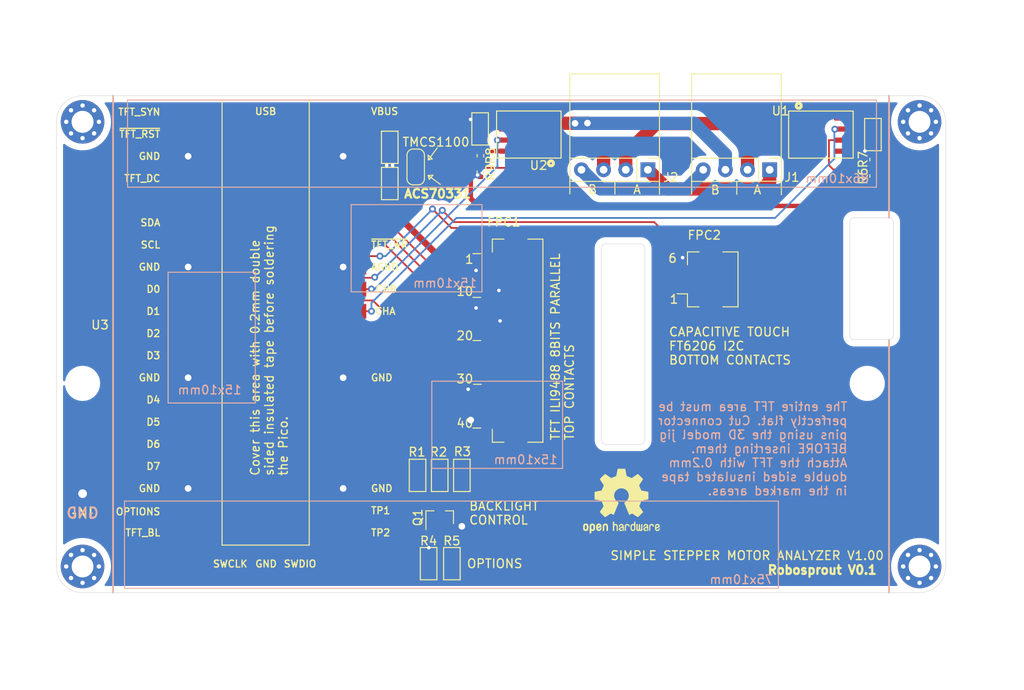
<source format=kicad_pcb>
(kicad_pcb (version 20211014) (generator pcbnew)
  (layers (0 "F.Cu" signal) (31 "B.Cu" signal) (34 "B.Paste" user) (35 "F.Paste" user) (36 "B.SilkS" user "B.Silkscreen") (37 "F.SilkS" user "F.Silkscreen") (38 "B.Mask" user) (39 "F.Mask" user) (44 "Edge.Cuts" user))
  (net 0 "")
  (net 3 "GND")
  (net 4 "+3V3")
  (net 5 "Net-(J2-Pad3)")
  (net 6 "Net-(J1-Pad3)")
  (net 7 "/D6")
  (net 8 "/D4")
  (net 9 "/TFT_DC")
  (net 10 "/D7")
  (net 11 "/D5")
  (net 12 "/SCL")
  (net 13 "/SDA")
  (net 14 "/D3")
  (net 15 "/D2")
  (net 16 "/D1")
  (net 17 "/D0")
  (net 18 "Net-(J1-Pad4)")
  (net 19 "Net-(J1-Pad1)")
  (net 20 "Net-(FPC1-Pad36)")
  (net 21 "Net-(FPC1-Pad35)")
  (net 22 "Net-(FPC1-Pad34)")
  (net 23 "/~{TFT_WR}")
  (net 24 "/CHA")
  (net 25 "/CHB")
  (net 32 "unconnected-(U3-Pad22)")
  (net 37 "unconnected-(U3-Pad29)")
  (net 42 "Net-(Q1-Pad3)")
  (net 43 "/TFT_BL")
  (net 44 "/~{TFT_RST}")
  (net 45 "/TFT_SYN")
  (net 47 "/OPTIONS")
  (net 48 "Net-(J1-Pad2)")
  (net 49 "Net-(J2-Pad2)")
  (net 50 "Net-(U1-Pad6)")
  (net 51 "Net-(R8-Pad2)")
  (net 52 "+5V")
  (net 53 "+VSW")
  (footprint "stepper_motor_analyzer:Pico_smd_dedicated" (layer "F.Cu") (at 23 -31)
    (fp_text reference "U3")
    (fp_text value "Pico")
  )
  (footprint "MountingHole:MountingHole_2.5mm_Pad_Via" (layer "F.Cu") (at 2 -54)
    (fp_text reference "H2" hide)
    (fp_text value "MountingHole")
  )
  (footprint "MountingHole:MountingHole_2.5mm_Pad_Via" (layer "F.Cu") (at 98 -54)
    (fp_text reference "H3" hide)
    (fp_text value "MountingHole")
  )
  (footprint "MountingHole:MountingHole_2.5mm_Pad_Via" (layer "F.Cu") (at 98 -3)
    (fp_text reference "H4" hide)
    (fp_text value "MountingHole")
  )
  (footprint "stepper_motor_analyzer:SOIC-8_3.9x4.9mm_P1.27mm" (layer "F.Cu") (at 86.685 -52.535)
    (fp_text reference "U1")
    (fp_text value "ACS70331EOLCTR-2P5B3")
  )
  (footprint "stepper_motor_analyzer:C_0805_2012Metric_Pad1.15x1.40mm_HandSolder" (layer "F.Cu") (at 92.652 -52.535 90)
    (fp_text reference "C1" hide)
    (fp_text value "0.1u")
  )
  (footprint "stepper_motor_analyzer:SOIC-8_3.9x4.9mm_P1.27mm" (layer "F.Cu") (at 53.185 -52.5425 180)
    (fp_text reference "U2")
    (fp_text value "ACS70331EOLCTR-2P5B3")
  )
  (footprint "stepper_motor_analyzer:connector_4pins_horizontal" (layer "F.Cu") (at 66.84 -48.5 -90)
    (fp_text reference "J2")
    (fp_text value "Connector_Conn_01x04_Male")
  )
  (footprint "stepper_motor_analyzer:null_footprint" (layer "F.Cu") (at 3 -0.5)
    (fp_text reference "M1" hide)
    (fp_text value "Motor")
  )
  (footprint "stepper_motor_analyzer:JUSHUO-AFC07-S40ECC-00_40P_05mm_flipped" (layer "F.Cu") (at 50.3 -28.9 90)
    (fp_text reference "FPC1")
    (fp_text value "Connector_Conn_01x40_Female")
  )
  (footprint "stepper_motor_analyzer:connector_4pins_horizontal" (layer "F.Cu") (at 80.81 -48.5 -90)
    (fp_text reference "J1")
    (fp_text value "Connector_Conn_01x04_Male")
  )
  (footprint "stepper_motor_analyzer:JUSHUO-AFC01-S06FCC-00_6p_05mm" (layer "F.Cu") (at 72.68 -35.93 90)
    (fp_text reference "FPC2")
    (fp_text value "FPC connector, 6 pins, 0.5mm, BOTTOM contacts")
  )
  (footprint "MountingHole:MountingHole_2.5mm_Pad_Via" (layer "F.Cu") (at 2 -3)
    (fp_text reference "H1" hide)
    (fp_text value "MountingHole")
  )
  (footprint "stepper_motor_analyzer:C_0805_2012Metric_Pad1.15x1.40mm_HandSolder" (layer "F.Cu") (at 47.599 -53.1865 -90)
    (fp_text reference "C2" hide)
    (fp_text value "0.1u")
  )
  (footprint "Symbol:OSHW-Logo2_9.8x8mm_SilkScreen" (layer "F.Cu") (at 63.81 -10.5)
    (fp_text reference "LOGO1" hide)
    (fp_text value "Logo_Open_Hardware_Small" hide)
  )
  (footprint "stepper_motor_analyzer:R_0805_2012Metric_Pad1.15x1.40mm_HandSolder" (layer "F.Cu") (at 42.964 -13.448 90)
    (fp_text reference "R2")
    (fp_text value "8R2")
  )
  (footprint "stepper_motor_analyzer:R_0805_2012Metric_Pad1.15x1.40mm_HandSolder" (layer "F.Cu") (at 45.504 -13.448 90)
    (fp_text reference "R3")
    (fp_text value "8R2")
  )
  (footprint "Package_TO_SOT_SMD:SOT-23" (layer "F.Cu") (at 42.964 -8.622 90)
    (fp_text reference "Q1")
    (fp_text value "AO3400A ")
  )
  (footprint "stepper_motor_analyzer:R_0805_2012Metric_Pad1.15x1.40mm_HandSolder" (layer "F.Cu") (at 40.424 -13.448 90)
    (fp_text reference "R1")
    (fp_text value "8R2")
  )
  (footprint "stepper_motor_analyzer:R_0805_2012Metric_Pad1.15x1.40mm_HandSolder_no_3d" (layer "F.Cu") (at 44.359 -3.325 90)
    (fp_text reference "R5")
    (fp_text value "DNP")
  )
  (footprint "stepper_motor_analyzer:C_0805_2012Metric_Pad1.15x1.40mm_HandSolder" (layer "F.Cu") (at 37.235 -51.075 90)
    (fp_text reference "C3" hide)
    (fp_text value "10u")
  )
  (footprint "stepper_motor_analyzer:R_0805_2012Metric_Pad1.15x1.40mm_HandSolder_no_3d" (layer "F.Cu") (at 41.692 -3.325 90)
    (fp_text reference "R4")
    (fp_text value "DNP")
  )
  (footprint "Resistor_SMD:R_0402_1005Metric" (layer "F.Cu") (at 92.685 -49.675 90)
    (fp_text reference "R7")
    (fp_text value "R_Small")
  )
  (footprint "MountingHole:MountingHole_2.5mm" (layer "F.Cu") (at 2 -24)
    (fp_text reference "REF**" hide)
    (fp_text value "MountingHole_2.5mm")
  )
  (footprint "Resistor_SMD:R_0402_1005Metric" (layer "F.Cu") (at 47.635 -48.21 -90)
    (fp_text reference "R9")
    (fp_text value "R_Small")
  )
  (footprint "Resistor_SMD:R_0402_1005Metric" (layer "F.Cu") (at 47.635 -50.1 -90)
    (fp_text reference "R8")
    (fp_text value "R_Small")
  )
  (footprint "stepper_motor_analyzer:C_0805_2012Metric_Pad1.15x1.40mm_HandSolder" (layer "F.Cu") (at 37.235 -46.925 -90)
    (fp_text reference "C4" hide)
    (fp_text value "10u")
  )
  (footprint "MountingHole:MountingHole_2.5mm" (layer "F.Cu") (at 92 -24)
    (fp_text reference "REF**" hide)
    (fp_text value "MountingHole_2.5mm")
  )
  (footprint "Resistor_SMD:R_0402_1005Metric" (layer "F.Cu") (at 92.685 -47.775 90)
    (fp_text reference "R6")
    (fp_text value "R_Small")
  )
  (footprint "Jumper:SolderJumper-3_P1.3mm_Open_RoundedPad1.0x1.5mm" (layer "F.Cu") (at 40.21 -48.825 -90)
    (fp_text reference "JP1" hide)
    (fp_text value "Jumper_3_Bridged12")
  )
  (footprint "stepper_motor_analyzer:testpoint_double_side" (layer "B.Cu") (at 2.0065 -11.3525)
    (fp_text reference "TP3" hide)
    (fp_text value "TestPoint")
  )
  (gr_line (start 93.06 -46.5) (end 7.16 -46.5) (layer "B.SilkS") (width 0.12))
  (gr_line (start 7.16 -46.5) (end 7.16 -56.5) (layer "B.SilkS") (width 0.12))
  (gr_line (start 6.81 -10.5) (end 6.81 -0.5) (layer "B.SilkS") (width 0.12))
  (gr_line (start 32.81 -34.5) (end 47.81 -34.5) (layer "B.SilkS") (width 0.12))
  (gr_line (start 32.81 -44.5) (end 32.81 -34.5) (layer "B.SilkS") (width 0.12))
  (gr_line (start 47.81 -34.5) (end 47.81 -44.5) (layer "B.SilkS") (width 0.12))
  (gr_line (start 47.81 -44.5) (end 32.81 -44.5) (layer "B.SilkS") (width 0.12))
  (gr_line (start 57.06 -14.25) (end 57.06 -24.25) (layer "B.SilkS") (width 0.12))
  (gr_line (start 42.06 -24.25) (end 42.06 -14.25) (layer "B.SilkS") (width 0.12))
  (gr_line (start 57.06 -24.25) (end 42.06 -24.25) (layer "B.SilkS") (width 0.12))
  (gr_line (start 42.06 -14.25) (end 57.06 -14.25) (layer "B.SilkS") (width 0.12))
  (gr_line (start 94.5 -29) (end 94.5 0) (layer "B.SilkS") (width 0.2032))
  (gr_line (start 21.81 -21.75) (end 21.81 -36.75) (layer "B.SilkS") (width 0.12))
  (gr_line (start 81.81 -10.5) (end 6.81 -10.5) (layer "B.SilkS") (width 0.12))
  (gr_line (start 11.81 -21.75) (end 21.81 -21.75) (layer "B.SilkS") (width 0.12))
  (gr_line (start 21.81 -36.75) (end 11.81 -36.75) (layer "B.SilkS") (width 0.12))
  (gr_line (start 81.81 -0.5) (end 81.81 -10.5) (layer "B.SilkS") (width 0.12))
  (gr_line (start 94.5 -57) (end 94.5 -43) (layer "B.SilkS") (width 0.2032))
  (gr_line (start 11.81 -36.75) (end 11.81 -21.75) (layer "B.SilkS") (width 0.12))
  (gr_line (start 5.5 0) (end 5.5 -57) (layer "B.SilkS") (width 0.2032))
  (gr_line (start 7.16 -56.5) (end 93.06 -56.5) (layer "B.SilkS") (width 0.12))
  (gr_line (start 93.06 -56.5) (end 93.06 -46.5) (layer "B.SilkS") (width 0.12))
  (gr_line (start 6.81 -0.5) (end 81.81 -0.5) (layer "B.SilkS") (width 0.12))
  (gr_line (start 47.6695 -28.9125) (end 46.7805 -28.9125) (layer "F.SilkS") (width 0.12))
  (gr_line (start 47.6695 -33.8655) (end 46.7805 -33.8655) (layer "F.SilkS") (width 0.12))
  (gr_line (start 47.6695 -38.882) (end 46.7805 -38.882) (layer "F.SilkS") (width 0.12))
  (gr_line (start 47.6695 -18.8795) (end 46.7805 -18.8795) (layer "F.SilkS") (width 0.12))
  (gr_line (start 77.04 -47.18) (end 77.04 -45.68) (layer "F.SilkS") (width 0.12))
  (gr_line (start 71.86 -47.22) (end 71.86 -45.71) (layer "F.SilkS") (width 0.12))
  (gr_line (start 79.52 -47.18) (end 82.05 -47.18) (layer "F.SilkS") (width 0.12))
  (gr_line (start 65.55 -47.17) (end 68.16 -47.17) (layer "F.SilkS") (width 0.12))
  (gr_line (start 57.89 -47.18) (end 57.89 -45.73) (layer "F.SilkS") (width 0.12))
  (gr_line (start 41.66 -49.625) (end 41.635 -50.175) (layer "F.SilkS") (width 0.12))
  (gr_line (start 41.635 -47.85) (end 42.185 -47.875) (layer "F.SilkS") (width 0.12))
  (gr_line (start 82.15 -48.52) (end 82.15 -45.63) (layer "F.SilkS") (width 0.12))
  (gr_line (start 41.635 -50.175) (end 42.11 -49.75) (layer "F.SilkS") (width 0.12))
  (gr_line (start 41.76 -47.4) (end 41.635 -47.85) (layer "F.SilkS") (width 0.12))
  (gr_line (start 41.66 -49.625) (end 42.685 -51.025) (layer "F.SilkS") (width 0.12))
  (gr_line (start 68.17 -48.5) (end 68.17 -45.72) (layer "F.SilkS") (width 0.12))
  (gr_line (start 47.733 -23.896) (end 46.844 -23.896) (layer "F.SilkS") (width 0.12))
  (gr_line (start 42.11 -49.75) (end 41.66 -49.625) (layer "F.SilkS") (width 0.12))
  (gr_line (start 41.635 -47.85) (end 43.035 -46.825) (layer "F.SilkS") (width 0.12))
  (gr_line (start 63.06 -47.18) (end 63.06 -45.72) (layer "F.SilkS") (width 0.12))
  (gr_line (start 42.185 -47.875) (end 41.76 -47.4) (layer "F.SilkS") (width 0.12))
  (gr_line (start 2 0) (end 98 0) (layer "Edge.Cuts") (width 0.05))
  (gr_line (start 62 -40) (end 66 -40) (layer "Edge.Cuts") (width 0.05))
  (gr_line (start 61.5 -39.5) (end 61.5 -17.5) (layer "Edge.Cuts") (width 0.05))
  (gr_line (start 62 -17) (end 66 -17) (layer "Edge.Cuts") (width 0.05))
  (gr_line (start 66.5 -39.5) (end 66.5 -17.5) (layer "Edge.Cuts") (width 0.05))
  (gr_arc (start 61.5 -39.5) (mid 61.646447 -39.853553) (end 62 -40) (layer "Edge.Cuts") (width 0.05))
  (gr_line (start -1 -3) (end -1 -54) (layer "Edge.Cuts") (width 0.05))
  (gr_arc (start 94.5 -43) (mid 94.853553 -42.853553) (end 95 -42.5) (layer "Edge.Cuts") (width 0.05))
  (gr_arc (start 66.5 -17.5) (mid 66.353553 -17.146447) (end 66 -17) (layer "Edge.Cuts") (width 0.05))
  (gr_arc (start 90.5 -29) (mid 90.146447 -29.146447) (end 90 -29.5) (layer "Edge.Cuts") (width 0.05))
  (gr_line (start 95 -42.5) (end 95 -29.5) (layer "Edge.Cuts") (width 0.05))
  (gr_line (start 90 -42.5) (end 90 -29.5) (layer "Edge.Cuts") (width 0.05))
  (gr_line (start 101 -3) (end 101 -54) (layer "Edge.Cuts") (width 0.05))
  (gr_arc (start 2 0) (mid -0.12132 -0.87868) (end -1 -3) (layer "Edge.Cuts") (width 0.05))
  (gr_line (start 90.5 -43) (end 94.5 -43) (layer "Edge.Cuts") (width 0.05))
  (gr_arc (start -1 -54) (mid -0.12132 -56.12132) (end 2 -57) (layer "Edge.Cuts") (width 0.05))
  (gr_arc (start 90 -42.5) (mid 90.146447 -42.853553) (end 90.5 -43) (layer "Edge.Cuts") (width 0.05))
  (gr_line (start 90.5 -29) (end 94.5 -29) (layer "Edge.Cuts") (width 0.05))
  (gr_line (start 2 -57) (end 98 -57) (layer "Edge.Cuts") (width 0.05))
  (gr_arc (start 66 -40) (mid 66.353553 -39.853553) (end 66.5 -39.5) (layer "Edge.Cuts") (width 0.05))
  (gr_arc (start 98 -57) (mid 100.12132 -56.12132) (end 101 -54) (layer "Edge.Cuts") (width 0.05))
  (gr_arc (start 95 -29.5) (mid 94.853553 -29.146447) (end 94.5 -29) (layer "Edge.Cuts") (width 0.05))
  (gr_arc (start 101 -3) (mid 100.12132 -0.87868) (end 98 0) (layer "Edge.Cuts") (width 0.05))
  (gr_arc (start 62 -17) (mid 61.646447 -17.146447) (end 61.5 -17.5) (layer "Edge.Cuts") (width 0.05))
  (gr_text "GND" (at 2.0065 -9.13) (layer "B.SilkS") (effects (font (size 1.2 1.2) (thickness 0.2)) (justify mirror)))
  (gr_text "The entire TFT area must be\nperfectly flat. Cut connector\npins using the 3D model jig\nBEFORE inserting them.\nAttach the TFT with 0.2mm\ndouble sided insulated tape\nin the marked areas." (at 89.81 -16.5) (layer "B.SilkS") (effects (font (size 1 1) (thickness 0.1524)) (justify left mirror)))
  (gr_text "15x10mm" (at 47.31 -35.5) (layer "B.SilkS") (effects (font (size 1 1) (thickness 0.1524)) (justify left mirror)))
  (gr_text "86x10mm" (at 92.31 -47.5) (layer "B.SilkS") (effects (font (size 1 1) (thickness 0.1524)) (justify left mirror)))
  (gr_text "75x10mm" (at 81.31 -1.5) (layer "B.SilkS") (effects (font (size 1 1) (thickness 0.1524)) (justify left mirror)))
  (gr_text "15x10mm" (at 20.31 -23.25) (layer "B.SilkS") (effects (font (size 1 1) (thickness 0.1524)) (justify left mirror)))
  (gr_text "15x10mm" (at 56.56 -15.25) (layer "B.SilkS") (effects (font (size 1 1) (thickness 0.1524)) (justify left mirror)))
  (gr_text "40" (at 45.847 -19.431) (layer "F.SilkS") (effects (font (size 1 1))))
  (gr_text "1" (at 69.84 -33.66) (layer "F.SilkS") (effects (font (size 1 1))))
  (gr_text "CAPACITIVE TOUCH\nFT6206 I2C\nBOTTOM CONTACTS" (at 69.18 -28.29) (layer "F.SilkS") (effects (font (size 1 1)) (justify left)))
  (gr_text "TFT ILI9488 8BITS PARALLEL\nTOP CONTACTS" (at 57.04 -17.39 90) (layer "F.SilkS") (effects (font (size 1 1)) (justify left)))
  (gr_text "GND" (at 2.0065 -9.13) (layer "F.SilkS") (effects (font (size 1.2 1.2) (thickness 0.2))))
  (gr_text "30" (at 45.847 -24.511) (layer "F.SilkS") (effects (font (size 1 1))))
  (gr_text "20" (at 45.847 -29.464) (layer "F.SilkS") (effects (font (size 1 1))))
  (gr_text "10" (at 45.847 -34.544) (layer "F.SilkS") (effects (font (size 1 1))))
  (gr_text "Cover this area with 0.2mm double\nsided insulated tape before soldering\nthe Pico." (at 23.406 -13.321 90) (layer "F.SilkS") (effects (font (size 1 1)) (justify left)))
  (gr_text "B" (at 74.57 -46.18) (layer "F.SilkS") (effects (font (size 1 1))))
  (gr_text "A" (at 79.4 -46.2) (layer "F.SilkS") (effects (font (size 1 1))))
  (gr_text "B" (at 60.49 -46.23) (layer "F.SilkS") (effects (font (size 1 1))))
  (gr_text "A" (at 65.6 -46.23) (layer "F.SilkS") (effects (font (size 1 1))))
  (gr_text "6" (at 69.67 -38.35) (layer "F.SilkS") (effects (font (size 1 1))))
  (gr_text "SIMPLE STEPPER MOTOR ANALYZER V1.00" (at 62.46 -4.25) (layer "F.SilkS") (effects (font (size 1 1)) (justify left)))
  (gr_text "BACKLIGHT\nCONTROL" (at 46.266 -9.13) (layer "F.SilkS") (effects (font (size 1 1)) (justify left)))
  (gr_text "OPTIONS" (at 46.01 -3.325) (layer "F.SilkS") (effects (font (size 1 1)) (justify left)))
  (gr_text "1" (at 46.355 -38.227) (layer "F.SilkS") (effects (font (size 1 1))))
  (gr_text "TMCS1100" (at 42.535 -51.675) (layer "F.SilkS") (effects (font (size 1 1))))
  (gr_text "Robosprout V0.1" (at 86.835 -2.6) (layer "F.SilkS") (effects (font (size 1 1) (thickness 0.25))))
  (gr_text "ACS70331" (at 42.71 -45.75) (layer "F.SilkS") (effects (font (size 1 1) (thickness 0.25))))
  (segment (start 46.2025 -23.354) (end 46.2025 -23.354) (width 0.2032) (layer "F.Cu") (net 3))
  (segment (start 47.1255 -24.15) (end 47.0915 -24.116) (width 0.2032) (layer "F.Cu") (net 3))
  (segment (start 46.853 -32.65) (end 48.45 -32.65) (width 0.2032) (layer "F.Cu") (net 3))
  (segment (start 48.45 -31.15) (end 49.871 -31.15) (width 0.2032) (layer "F.Cu") (net 3))
  (segment (start 47.0915 -23.6715) (end 47.0915 -23.354) (width 0.2032) (layer "F.Cu") (net 3))
  (segment (start 47.44 -36.65) (end 47.13 -36.96) (width 0.3048) (layer "F.Cu") (net 3))
  (segment (start 48.615 -54.4475) (end 47.835 -54.4475) (width 0.508) (layer "F.Cu") (net 3))
  (segment (start 48.45 -20.65) (end 47.372 -20.65) (width 0.3048) (layer "F.Cu") (net 3))
  (segment (start 91.735 -50.65) (end 91.752 -50.65) (width 0.5) (layer "F.Cu") (net 3))
  (segment (start 47.0915 -23.354) (end 47.2955 -23.15) (width 0.2032) (layer "F.Cu") (net 3))
  (segment (start 47.5092 -47.7) (end 47.3092 -47.9) (width 0.2032) (layer "F.Cu") (net 3))
  (segment (start 47.0915 -25.1955) (end 47.0915 -24.5605) (width 0.2032) (layer "F.Cu") (net 3))
  (segment (start 47.372 -20.65) (end 46.52 -19.798) (width 0.3048) (layer "F.Cu") (net 3))
  (segment (start 46.574581 -23.6715) (end 46.227791 -23.32471) (width 0.2032) (layer "F.Cu") (net 3))
  (segment (start 47.13 -32.65) (end 46.853 -32.65) (width 0.2032) (layer "F.Cu") (net 3))
  (segment (start 89.16 -50.63) (end 91.715 -50.63) (width 0.5) (layer "F.Cu") (net 3))
  (segment (start 92.685 -50.575) (end 92.652 -50.608) (width 0.5) (layer "F.Cu") (net 3))
  (segment (start 41.71 -5.15) (end 41.692 -5.132) (width 0.2032) (layer "F.Cu") (net 3))
  (segment (start 48.45 -36.65) (end 47.44 -36.65) (width 0.3048) (layer "F.Cu") (net 3))
  (segment (start 70.83 -37.18) (end 70.83 -38.4164) (width 0.2032) (layer "F.Cu") (net 3))
  (segment (start 48.45 -26.15) (end 47.0935 -26.15) (width 0.2032) (layer "F.Cu") (net 3))
  (segment (start 48.45 -25.15) (end 47.137 -25.15) (width 0.2032) (layer "F.Cu") (net 3))
  (segment (start 45.504 -7.606) (end 43.93 -7.606) (width 0.762) (layer "F.Cu") (net 3))
  (segment (start 47.113 -23.65) (end 47.0915 -23.6715) (width 0.2032) (layer "F.Cu") (net 3))
  (segment (start 47.0915 -24.116) (end 47.0915 -23.6715) (width 0.2032) (layer "F.Cu") (net 3))
  (segment (start 37.235 -50.05) (end 37.235 -47.95) (width 0.5) (layer "F.Cu") (net 3))
  (segment (start 47.0915 -26.148) (end 47.0915 -25.5765) (width 0.2032) (layer "F.Cu") (net 3))
  (segment (start 49.871 -31.15) (end 49.8855 -31.1645) (width 0.2032) (layer "F.Cu") (net 3))
  (segment (start 92.635 -50.625) (end 92.685 -50.575) (width 0.5) (layer "F.Cu") (net 3))
  (segment (start 41.692 -5.132) (end 41.692 -4.35) (width 0.2032) (layer "F.Cu") (net 3))
  (segment (start 47.0915 -26.402) (end 47.0915 -26.148) (width 0.2032) (layer "F.Cu") (net 3))
  (segment (start 47.165 -25.65) (end 47.0915 -25.5765) (width 0.2032) (layer "F.Cu") (net 3))
  (segment (start 31.89 -50.05) (end 37.235 -50.05) (width 0.5) (layer "F.Cu") (net 3))
  (segment (start 47.0935 -26.15) (end 47.0915 -26.148) (width 0.2032) (layer "F.Cu") (net 3))
  (segment (start 47.0915 -24.5605) (end 47.0915 -24.116) (width 0.2032) (layer "F.Cu") (net 3))
  (segment (start 50.71 -54.4475) (end 48.615 -54.4475) (width 0.508) (layer "F.Cu") (net 3))
  (segment (start 91.752 -50.65) (end 91.777 -50.625) (width 0.5) (layer "F.Cu") (net 3))
  (segment (start 48.45 -19.15) (end 47.168 -19.15) (width 0.2032) (layer "F.Cu") (net 3))
  (segment (start 91.777 -50.625) (end 92.635 -50.625) (width 0.5) (layer "F.Cu") (net 3))
  (segment (start 47.137 -25.15) (end 47.0915 -25.1955) (width 0.2032) (layer "F.Cu") (net 3))
  (segment (start 70.83 -38.4164) (end 70.8216 -38.4248) (width 0.2032) (layer "F.Cu") (net 3))
  (segment (start 92.652 -50.608) (end 92.652 -51.51) (width 0.5) (layer "F.Cu") (net 3))
  (segment (start 91.715 -50.63) (end 91.735 -50.65) (width 0.5) (layer "F.Cu") (net 3))
  (segment (start 46.5735 -54.2115) (end 46.51 -54.275) (width 0.2032) (layer "F.Cu") (net 3))
  (segment (start 47.181 -24.65) (end 47.0915 -24.5605) (width 0.2032) (layer "F.Cu") (net 3))
  (segment (start 92.685 -50.575) (end 92.685 -50.185) (width 0.5) (layer "F.Cu") (net 3))
  (segment (start 48.45 -24.65) (end 47.181 -24.65) (width 0.2032) (layer "F.Cu") (net 3))
  (segment (start 47.835 -54.4475) (end 47.599 -54.2115) (width 0.2032) (layer "F.Cu") (net 3))
  (segment (start 48.45 -25.65) (end 47.165 -25.65) (width 0.2032) (layer "F.Cu") (net 3))
  (segment (start 47.599 -54.2115) (end 46.5735 -54.2115) (width 0.5) (layer "F.Cu") (net 3))
  (segment (start 47.0915 -25.5765) (end 47.0915 -25.1955) (width 0.2032) (layer "F.Cu") (net 3))
  (segment (start 47.635 -47.7) (end 47.5092 -47.7) (width 0.2032) (layer "F.Cu") (net 3))
  (segment (start 47.2955 -23.15) (end 48.45 -23.15) (width 0.2032) (layer "F.Cu") (net 3))
  (segment (start 47.0915 -23.6715) (end 46.574581 -23.6715) (width 0.2032) (layer "F.Cu") (net 3))
  (segment (start 48.45 -24.15) (end 47.1255 -24.15) (width 0.2032) (layer "F.Cu") (net 3))
  (segment (start 48.45 -26.65) (end 47.3395 -26.65) (width 0.2032) (layer "F.Cu") (net 3))
  (segment (start 50.71 -54.4475) (end 50.901 -54.6385) (width 0.2032) (layer "F.Cu") (net 3))
  (segment (start 48.45 -34.65) (end 49.7515 -34.65) (width 0.2032) (layer "F.Cu") (net 3))
  (segment (start 49.7515 -34.65) (end 49.7585 -34.657) (width 0.2032) (layer "F.Cu") (net 3))
  (segment (start 48.45 -23.65) (end 47.113 -23.65) (width 0.2032) (layer "F.Cu") (net 3))
  (segment (start 47.168 -19.15) (end 46.52 -19.798) (width 0.2032) (layer "F.Cu") (net 3))
  (segment (start 47.3395 -26.65) (end 47.0915 -26.402) (width 0.2032) (layer "F.Cu") (net 3))
  (via (at 46.52 -19.798) (size 1.27) (drill 0.762) (layers "F.Cu" "B.Cu") (net 3))
  (via (at 41.71 -5.15) (size 0.7874) (drill 0.4064) (layers "F.Cu" "B.Cu") (net 3))
  (via (at 46.51 -54.275) (size 0.7874) (drill 0.4064) (layers "F.Cu" "B.Cu") (net 3))
  (via (at 45.504 -7.606) (size 1.27) (drill 0.762) (layers "F.Cu" "B.Cu") (net 3))
  (via (at 91.735 -50.65) (size 0.7874) (drill 0.4064) (layers "F.Cu" "B.Cu") (net 3))
  (via (at 49.8855 -31.1645) (size 0.7874) (drill 0.4064) (layers "F.Cu" "B.Cu") (net 3))
  (via (at 47.3092 -47.9) (size 0.7874) (drill 0.4064) (layers "F.Cu" "B.Cu") (net 3))
  (via (at 70.8216 -38.4248) (size 0.7874) (drill 0.4064) (layers "F.Cu" "B.Cu") (net 3))
  (via (at 37.56 -49) (size 0.7874) (drill 0.4064) (layers "F.Cu" "B.Cu") (net 3))
  (via (at 36.885 -49) (size 0.7874) (drill 0.4064) (layers "F.Cu" "B.Cu") (net 3))
  (via (at 46.227791 -23.32471) (size 0.7874) (drill 0.4064) (layers "F.Cu" "B.Cu") (net 3))
  (via (at 47.13 -36.96) (size 0.7874) (drill 0.4064) (layers "F.Cu" "B.Cu") (net 3))
  (via (at 47.13 -32.65) (size 0.7874) (drill 0.4064) (layers "F.Cu" "B.Cu") (net 3))
  (via (at 49.7585 -34.657) (size 0.7874) (drill 0.4064) (layers "F.Cu" "B.Cu") (net 3))
  (segment (start 53.485 -13.351) (end 44.459 -4.325) (width 0.2032) (layer "F.Cu") (net 4))
  (segment (start 48.45 -20.15) (end 50.8725 -20.15) (width 0.2032) (layer "F.Cu") (net 4))
  (segment (start 36.63 -44.97) (end 37.2 -44.97) (width 0.762) (layer "F.Cu") (net 4))
  (segment (start 50.4275 -35.326) (end 56.2515 -41.15) (width 0.3048) (layer "F.Cu") (net 4))
  (segment (start 50.9015 -22.6555) (end 53.485 -20.072) (width 0.2032) (layer "F.Cu") (net 4))
  (segment (start 48.45 -33.15) (end 50.8845 -33.15) (width 0.2032) (layer "F.Cu") (net 4))
  (segment (start 50.896 -22.65) (end 50.9015 -22.6555) (width 0.3048) (layer "F.Cu") (net 4))
  (segment (start 45.4978 -35.9102) (end 50.0928 -35.9102) (width 0.762) (layer "F.Cu") (net 4))
  (segment (start 37.2 -44.97) (end 37.2 -44.208) (width 0.762) (layer "F.Cu") (net 4))
  (segment (start 53.485 -20.072) (end 53.485 -13.351) (width 0.2032) (layer "F.Cu") (net 4))
  (segment (start 50.7535 -19.65) (end 50.9015 -19.798) (width 0.2032) (layer "F.Cu") (net 4))
  (segment (start 37.2 -45.865) (end 37.235 -45.9) (width 0.762) (layer "F.Cu") (net 4))
  (segment (start 38.585 -45.9) (end 37.235 -45.9) (width 0.5) (layer "F.Cu") (net 4))
  (segment (start 56.2515 -41.15) (end 66.76 -41.15) (width 0.3048) (layer "F.Cu") (net 4))
  (segment (start 48.45 -22.65) (end 50.896 -22.65) (width 0.3048) (layer "F.Cu") (net 4))
  (segment (start 31.89 -44.97) (end 36.63 -44.97) (width 0.762) (layer "F.Cu") (net 4))
  (segment (start 50.0928 -35.9102) (end 50.9015 -35.1015) (width 0.762) (layer "F.Cu") (net 4))
  (segment (start 68.445 -34.68) (end 70.83 -34.68) (width 0.3048) (layer "F.Cu") (net 4))
  (segment (start 68.06 -39.85) (end 68.06 -35.065) (width 0.3048) (layer "F.Cu") (net 4))
  (segment (start 50.8845 -33.15) (end 50.9015 -33.133) (width 0.2032) (layer "F.Cu") (net 4))
  (segment (start 50.9015 -35.1015) (end 50.9015 -22.6555) (width 0.762) (layer "F.Cu") (net 4))
  (segment (start 50.8725 -20.15) (end 50.9015 -20.179) (width 0.2032) (layer "F.Cu") (net 4))
  (segment (start 40.21 -47.525) (end 38.585 -45.9) (width 0.5) (layer "F.Cu") (net 4))
  (segment (start 48.45 -19.65) (end 50.7535 -19.65) (width 0.2032) (layer "F.Cu") (net 4))
  (segment (start 66.76 -41.15) (end 68.06 -39.85) (width 0.3048) (layer "F.Cu") (net 4))
  (segment (start 50.9015 -19.798) (end 50.9015 -22.6555) (width 0.2032) (layer "F.Cu") (net 4))
  (segment (start 37.2 -44.208) (end 45.4978 -35.9102) (width 0.762) (layer "F.Cu") (net 4))
  (segment (start 50.4 -35.326) (end 50.4275 -35.326) (width 0.3048) (layer "F.Cu") (net 4))
  (segment (start 68.06 -35.065) (end 68.445 -34.68) (width 0.3048) (layer "F.Cu") (net 4))
  (segment (start 37.2 -44.97) (end 37.2 -45.865) (width 0.762) (layer "F.Cu") (net 4))
  (segment (start 55.66 -51.9075) (end 55.66 -51.4125) (width 0.75) (layer "F.Cu") (net 5))
  (segment (start 55.66 -51.4125) (end 55.66 -50.6375) (width 0.75) (layer "F.Cu") (net 5))
  (segment (start 60.5407 -51.4125) (end 61.76 -50.1932) (width 1.524) (layer "F.Cu") (net 5))
  (segment (start 61.76 -50.1932) (end 61.76 -48.5) (width 1.524) (layer "F.Cu") (net 5))
  (segment (start 55.66 -51.4125) (end 60.5407 -51.4125) (width 1.524) (layer "F.Cu") (net 5))
  (segment (start 55.66 -53.7875) (end 55.71 -53.8375) (width 1.524) (layer "F.Cu") (net 6))
  (segment (start 55.71 -53.8375) (end 58.4725 -53.8375) (width 1.524) (layer "F.Cu") (net 6))
  (segment (start 59.885 -53.825) (end 59.91 -53.85) (width 1.524) (layer "F.Cu") (net 6))
  (segment (start 55.66 -53.1775) (end 55.66 -53.7875) (width 0.75) (layer "F.Cu") (net 6))
  (segment (start 58.485 -53.825) (end 59.885 -53.825) (width 1.524) (layer "F.Cu") (net 6))
  (segment (start 55.66 -53.7875) (end 55.66 -54.4475) (width 0.75) (layer "F.Cu") (net 6))
  (segment (start 58.4725 -53.8375) (end 58.485 -53.825) (width 1.524) (layer "F.Cu") (net 6))
  (via (at 59.91 -53.85) (size 1.27) (drill 0.762) (layers "F.Cu" "B.Cu") (net 6))
  (via (at 58.485 -53.825) (size 1.27) (drill 0.762) (layers "F.Cu" "B.Cu") (net 6))
  (segment (start 75.73 -50.255) (end 75.73 -48.5) (width 1.524) (layer "B.Cu") (net 6))
  (segment (start 58.485 -53.825) (end 72.16 -53.825) (width 1.524) (layer "B.Cu") (net 6))
  (segment (start 72.16 -53.825) (end 75.73 -50.255) (width 1.524) (layer "B.Cu") (net 6))
  (segment (start 14.11 -17.03) (end 18.405 -17.03) (width 0.2032) (layer "F.Cu") (net 7))
  (segment (start 44.615 -26.0845) (end 46.1805 -27.65) (width 0.2032) (layer "F.Cu") (net 7))
  (segment (start 35.217 -15.734) (end 44.615 -25.132) (width 0.2032) (layer "F.Cu") (net 7))
  (segment (start 19.701 -15.734) (end 35.217 -15.734) (width 0.2032) (layer "F.Cu") (net 7))
  (segment (start 18.405 -17.03) (end 19.701 -15.734) (width 0.2032) (layer "F.Cu") (net 7))
  (segment (start 46.1805 -27.65) (end 48.45 -27.65) (width 0.2032) (layer "F.Cu") (net 7))
  (segment (start 44.615 -25.132) (end 44.615 -26.0845) (width 0.2032) (layer "F.Cu") (net 7))
  (segment (start 35.9155 -20.814) (end 21.6915 -20.814) (width 0.2032) (layer "F.Cu") (net 8))
  (segment (start 43.7515 -28.65) (end 35.9155 -20.814) (width 0.2032) (layer "F.Cu") (net 8))
  (segment (start 21.6915 -20.814) (end 20.5485 -21.957) (width 0.2032) (layer "F.Cu") (net 8))
  (segment (start 20.5485 -21.957) (end 14.263 -21.957) (width 0.2032) (layer "F.Cu") (net 8))
  (segment (start 14.263 -21.957) (end 14.11 -22.11) (width 0.2032) (layer "F.Cu") (net 8))
  (segment (start 48.45 -28.65) (end 43.7515 -28.65) (width 0.2032) (layer "F.Cu") (net 8))
  (segment (start 19.189 -47.51) (end 25.531 -41.168) (width 0.2032) (layer "F.Cu") (net 9))
  (segment (start 14.11 -47.51) (end 19.189 -47.51) (width 0.2032) (layer "F.Cu") (net 9))
  (segment (start 25.531 -41.168) (end 36.961 -41.168) (width 0.2032) (layer "F.Cu") (net 9))
  (segment (start 43.98 -34.149) (end 48.449 -34.149) (width 0.2032) (layer "F.Cu") (net 9))
  (segment (start 36.961 -41.168) (end 43.98 -34.149) (width 0.2032) (layer "F.Cu") (net 9))
  (segment (start 48.449 -34.149) (end 48.45 -34.15) (width 0.2032) (layer "F.Cu") (net 9))
  (segment (start 17.411 -14.49) (end 18.707 -13.194) (width 0.2032) (layer "F.Cu") (net 10))
  (segment (start 14.118 -14.498) (end 14.11 -14.49) (width 0.2032) (layer "F.Cu") (net 10))
  (segment (start 14.11 -14.49) (end 17.411 -14.49) (width 0.2032) (layer "F.Cu") (net 10))
  (segment (start 46.0755 -26.5925) (end 46.633 -27.15) (width 0.2032) (layer "F.Cu") (net 10))
  (segment (start 46.0755 -24.751) (end 46.0755 -26.5925) (width 0.2032) (layer "F.Cu") (net 10))
  (segment (start 46.633 -27.15) (end 48.45 -27.15) (width 0.2032) (layer "F.Cu") (net 10))
  (segment (start 48.45 -27.15) (end 48.441988 -27.141988) (width 0.2032) (layer "F.Cu") (net 10))
  (segment (start 38.138 -15.5435) (end 38.138 -16.8135) (width 0.2032) (layer "F.Cu") (net 10))
  (segment (start 18.707 -13.194) (end 35.7885 -13.194) (width 0.2032) (layer "F.Cu") (net 10))
  (segment (start 38.138 -16.8135) (end 46.0755 -24.751) (width 0.2032) (layer "F.Cu") (net 10))
  (segment (start 35.7885 -13.194) (end 38.138 -15.5435) (width 0.2032) (layer "F.Cu") (net 10))
  (segment (start 48.45 -28.15) (end 45.4105 -28.15) (width 0.2032) (layer "F.Cu") (net 11))
  (segment (start 45.4105 -28.15) (end 35.598 -18.3375) (width 0.2032) (layer "F.Cu") (net 11))
  (segment (start 35.598 -18.3375) (end 20.7225 -18.3375) (width 0.2032) (layer "F.Cu") (net 11))
  (segment (start 19.49 -19.57) (end 14.11 -19.57) (width 0.2032) (layer "F.Cu") (net 11))
  (segment (start 20.7225 -18.3375) (end 19.49 -19.57) (width 0.2032) (layer "F.Cu") (net 11))
  (segment (start 69.323 -36.3338) (end 69.9768 -35.68) (width 0.2032) (layer "F.Cu") (net 12))
  (segment (start 67.56 -42.5) (end 69.323 -40.737) (width 0.2032) (layer "F.Cu") (net 12))
  (segment (start 20.07 -39.89) (end 14.11 -39.89) (width 0.2032) (layer "F.Cu") (net 12))
  (segment (start 44.61 -42.5) (end 67.56 -42.5) (width 0.2032) (layer "F.Cu") (net 12))
  (segment (start 69.9768 -35.68) (end 70.83 -35.68) (width 0.2032) (layer "F.Cu") (net 12))
  (segment (start 43.26 -43.85) (end 44.61 -42.5) (width 0.2032) (layer "F.Cu") (net 12))
  (segment (start 35.51 -36.175) (end 35.4525 -36.1175) (width 0.2032) (layer "F.Cu") (net 12))
  (segment (start 23.8425 -36.1175) (end 20.07 -39.89) (width 0.2032) (layer "F.Cu") (net 12))
  (segment (start 69.323 -40.737) (end 69.323 -36.3338) (width 0.2032) (layer "F.Cu") (net 12))
  (segment (start 35.4525 -36.1175) (end 23.8425 -36.1175) (width 0.2032) (layer "F.Cu") (net 12))
  (via (at 43.26 -43.85) (size 0.7874) (drill 0.4064) (layers "F.Cu" "B.Cu") (net 12))
  (via (at 35.51 -36.175) (size 0.7874) (drill 0.4064) (layers "F.Cu" "B.Cu") (net 12))
  (segment (start 35.585 -36.175) (end 43.26 -43.85) (width 0.2032) (layer "B.Cu") (net 12))
  (segment (start 35.51 -36.175) (end 35.585 -36.175) (width 0.2032) (layer "B.Cu") (net 12))
  (segment (start 68.81 -40.225) (end 68.81 -35.839) (width 0.2032) (layer "F.Cu") (net 13))
  (segment (start 69.469 -35.18) (end 70.83 -35.18) (width 0.2032) (layer "F.Cu") (net 13))
  (segment (start 68.81 -35.839) (end 69.469 -35.18) (width 0.2032) (layer "F.Cu") (net 13))
  (segment (start 36.106 -38.594) (end 24.041 -38.594) (width 0.2032) (layer "F.Cu") (net 13))
  (segment (start 44.31 -41.825) (end 67.21 -41.825) (width 0.2032) (layer "F.Cu") (net 13))
  (segment (start 20.205 -42.43) (end 14.11 -42.43) (width 0.2032) (layer "F.Cu") (net 13))
  (segment (start 70.83 -35.18) (end 69.9768 -35.18) (width 0.2032) (layer "F.Cu") (net 13))
  (segment (start 42.135 -44) (end 44.31 -41.825) (width 0.2032) (layer "F.Cu") (net 13))
  (segment (start 67.21 -41.825) (end 68.81 -40.225) (width 0.2032) (layer "F.Cu") (net 13))
  (segment (start 24.041 -38.594) (end 20.205 -42.43) (width 0.2032) (layer "F.Cu") (net 13))
  (via (at 36.106 -38.594) (size 0.7874) (drill 0.4064) (layers "F.Cu" "B.Cu") (net 13))
  (via (at 42.135 -44) (size 0.7874) (drill 0.4064) (layers "F.Cu" "B.Cu") (net 13))
  (segment (start 36.754 -38.594) (end 36.106 -38.594) (width 0.2032) (layer "B.Cu") (net 13))
  (segment (start 42.135 -43.975) (end 36.754 -38.594) (width 0.2032) (layer "B.Cu") (net 13))
  (segment (start 42.135 -44) (end 42.135 -43.975) (width 0.2032) (layer "B.Cu") (net 13))
  (segment (start 42.4735 -29.15) (end 36.6775 -23.354) (width 0.2032) (layer "F.Cu") (net 14))
  (segment (start 19.62 -27.19) (end 14.11 -27.19) (width 0.2032) (layer "F.Cu") (net 14))
  (segment (start 23.456 -23.354) (end 19.62 -27.19) (width 0.2032) (layer "F.Cu") (net 14))
  (segment (start 48.45 -29.15) (end 42.4735 -29.15) (width 0.2032) (layer "F.Cu") (net 14))
  (segment (start 36.6775 -23.354) (end 23.456 -23.354) (width 0.2032) (layer "F.Cu") (net 14))
  (segment (start 48.45 -29.65) (end 41.1955 -29.65) (width 0.2032) (layer "F.Cu") (net 15))
  (segment (start 24.3275 -25.9575) (end 20.555 -29.73) (width 0.2032) (layer "F.Cu") (net 15))
  (segment (start 20.555 -29.73) (end 14.11 -29.73) (width 0.2032) (layer "F.Cu") (net 15))
  (segment (start 41.1955 -29.65) (end 37.503 -25.9575) (width 0.2032) (layer "F.Cu") (net 15))
  (segment (start 37.503 -25.9575) (end 24.3275 -25.9575) (width 0.2032) (layer "F.Cu") (net 15))
  (segment (start 48.45 -30.15) (end 37.185 -30.15) (width 0.2032) (layer "F.Cu") (net 16))
  (segment (start 21.065 -32.27) (end 14.11 -32.27) (width 0.2032) (layer "F.Cu") (net 16))
  (segment (start 37.185 -30.15) (end 35.469 -28.434) (width 0.2032) (layer "F.Cu") (net 16))
  (segment (start 35.469 -28.434) (end 24.901 -28.434) (width 0.2032) (layer "F.Cu") (net 16))
  (segment (start 24.901 -28.434) (end 21.065 -32.27) (width 0.2032) (layer "F.Cu") (net 16))
  (segment (start 45.861 -30.974) (end 46.1455 -30.6895) (width 0.2032) (layer "F.Cu") (net 17))
  (segment (start 25.236 -30.974) (end 45.861 -30.974) (width 0.2032) (layer "F.Cu") (net 17))
  (segment (start 14.11 -34.81) (end 21.4 -34.81) (width 0.2032) (layer "F.Cu") (net 17))
  (segment (start 46.1455 -30.6895) (end 46.1455 -30.65) (width 0.2032) (layer "F.Cu") (net 17))
  (segment (start 46.1455 -30.65) (end 46.139 -30.6565) (width 0.2032) (layer "F.Cu") (net 17))
  (segment (start 21.4 -34.81) (end 25.236 -30.974) (width 0.2032) (layer "F.Cu") (net 17))
  (segment (start 48.45 -30.65) (end 46.1455 -30.65) (width 0.2032) (layer "F.Cu") (net 17))
  (segment (start 73.19 -48.205) (end 71.285 -46.3) (width 1.524) (layer "B.Cu") (net 18))
  (segment (start 61.42 -46.3) (end 59.22 -48.5) (width 1.524) (layer "B.Cu") (net 18))
  (segment (start 73.19 -48.5) (end 73.19 -48.205) (width 1.524) (layer "B.Cu") (net 18))
  (segment (start 71.285 -46.3) (end 61.42 -46.3) (width 1.524) (layer "B.Cu") (net 18))
  (segment (start 79.96 -46.3) (end 80.81 -47.15) (width 1.524) (layer "F.Cu") (net 19))
  (segment (start 80.81 -47.15) (end 80.81 -48.5) (width 1.524) (layer "F.Cu") (net 19))
  (segment (start 69.04 -46.3) (end 79.96 -46.3) (width 1.524) (layer "F.Cu") (net 19))
  (segment (start 66.84 -48.5) (end 69.04 -46.3) (width 1.524) (layer "F.Cu") (net 19))
  (segment (start 45.504 -20.3695) (end 45.504 -14.473) (width 0.2032) (layer "F.Cu") (net 20))
  (segment (start 46.2845 -21.15) (end 45.504 -20.3695) (width 0.2032) (layer "F.Cu") (net 20))
  (segment (start 48.45 -21.15) (end 46.2845 -21.15) (width 0.2032) (layer "F.Cu") (net 20))
  (segment (start 45.86 -21.65) (end 42.964 -18.754) (width 0.2032) (layer "F.Cu") (net 21))
  (segment (start 42.964 -18.754) (end 42.964 -14.473) (width 0.2032) (layer "F.Cu") (net 21))
  (segment (start 48.45 -21.65) (end 45.86 -21.65) (width 0.2032) (layer "F.Cu") (net 21))
  (segment (start 48.45 -22.15) (end 45.185 -22.15) (width 0.2032) (layer "F.Cu") (net 22))
  (segment (start 45.185 -22.15) (end 40.424 -17.389) (width 0.2032) (layer "F.Cu") (net 22))
  (segment (start 40.424 -17.389) (end 40.424 -14.473) (width 0.2032) (layer "F.Cu") (net 22))
  (segment (start 31.89 -39.89) (end 36.715 -39.89) (width 0.2032) (layer "F.Cu") (net 23))
  (segment (start 42.955 -33.65) (end 46.4655 -33.65) (width 0.2032) (layer "F.Cu") (net 23))
  (segment (start 46.4655 -33.65) (end 48.45 -33.65) (width 0.2032) (layer "F.Cu") (net 23))
  (segment (start 36.715 -39.89) (end 42.955 -33.65) (width 0.2032) (layer "F.Cu") (net 23))
  (segment (start 35.135 -32.275) (end 35.13 -32.27) (width 0.2032) (layer "F.Cu") (net 24))
  (segment (start 35.13 -32.27) (end 31.89 -32.27) (width 0.2032) (layer "F.Cu") (net 24))
  (segment (start 88.3975 -53.17) (end 89.16 -53.17) (width 0.2032) (layer "F.Cu") (net 24))
  (via (at 88.285 -53.15) (size 0.7874) (drill 0.4064) (layers "F.Cu" "B.Cu") (net 24))
  (via (at 35.135 -32.275) (size 0.7874) (drill 0.4064) (layers "F.Cu" "B.Cu") (net 24))
  (segment (start 88.235 -49.775) (end 81.435 -42.975) (width 0.2032) (layer "B.Cu") (net 24))
  (segment (start 88.285 -53.15) (end 88.235 -53.1) (width 0.2032) (layer "B.Cu") (net 24))
  (segment (start 81.435 -42.975) (end 44.885 -42.975) (width 0.2032) (layer "B.Cu") (net 24))
  (segment (start 88.235 -53.1) (end 88.235 -49.775) (width 0.2032) (layer "B.Cu") (net 24))
  (segment (start 44.885 -42.975) (end 35.135 -33.225) (width 0.2032) (layer "B.Cu") (net 24))
  (segment (start 35.135 -33.225) (end 35.135 -32.275) (width 0.2032) (layer "B.Cu") (net 24))
  (segment (start 35.135 -34.825) (end 35.131 -34.825) (width 0.2032) (layer "F.Cu") (net 25))
  (segment (start 35.116 -34.81) (end 31.89 -34.81) (width 0.2032) (layer "F.Cu") (net 25))
  (segment (start 35.131 -34.825) (end 35.116 -34.81) (width 0.2032) (layer "F.Cu") (net 25))
  (segment (start 50.7025 -51.9) (end 50.71 -51.9075) (width 0.2032) (layer "F.Cu") (net 25))
  (segment (start 49.585 -51.9) (end 50.7025 -51.9) (width 0.2032) (layer "F.Cu") (net 25))
  (via (at 49.585 -51.9) (size 0.7874) (drill 0.4064) (layers "F.Cu" "B.Cu") (net 25))
  (via (at 35.135 -34.825) (size 0.7874) (drill 0.4064) (layers "F.Cu" "B.Cu") (net 25))
  (segment (start 49.585 -48.9) (end 49.585 -51.9) (width 0.2032) (layer "B.Cu") (net 25))
  (segment (start 35.135 -34.825) (end 35.51 -34.825) (width 0.2032) (layer "B.Cu") (net 25))
  (segment (start 35.51 -34.825) (end 49.585 -48.9) (width 0.2032) (layer "B.Cu") (net 25))
  (segment (start 31.89 -9.41) (end 32.09481 -9.61481) (width 0.2032) (layer "F.Cu") (net 32))
  (segment (start 31.89 -27.19) (end 32.0545 -27.3545) (width 0.2032) (layer "F.Cu") (net 37))
  (segment (start 42.964 -9.622) (end 42.964 -12.337) (width 0.762) (layer "F.Cu") (net 42))
  (segment (start 40.315 -12.432) (end 45.504 -12.432) (width 0.762) (layer "F.Cu") (net 42))
  (segment (start 14.8 -6.87) (end 14.11 -6.87) (width 0.2032) (layer "F.Cu") (net 43))
  (segment (start 40.232 -7.622) (end 42.014 -7.622) (width 0.2032) (layer "F.Cu") (net 43))
  (segment (start 14.185 -4) (end 36.61 -4) (width 0.2032) (layer "F.Cu") (net 43))
  (segment (start 14.11 -6.87) (end 14.11 -4.075) (width 0.2032) (layer "F.Cu") (net 43))
  (segment (start 14.11 -4.075) (end 14.185 -4) (width 0.2032) (layer "F.Cu") (net 43))
  (segment (start 36.61 -4) (end 40.232 -7.622) (width 0.2032) (layer "F.Cu") (net 43))
  (segment (start 10.605 -52.59) (end 14.11 -52.59) (width 0.2032) (layer "F.Cu") (net 44))
  (segment (start 9.182 -51.167) (end 10.605 -52.59) (width 0.2032) (layer "F.Cu") (net 44))
  (segment (start 35.296 -33.514) (end 24.396 -33.514) (width 0.2032) (layer "F.Cu") (net 44))
  (segment (start 24.396 -33.514) (end 21.856 -36.054) (width 0.2032) (layer "F.Cu") (net 44))
  (segment (start 37.16 -31.65) (end 35.296 -33.514) (width 0.2032) (layer "F.Cu") (net 44))
  (segment (start 48.45 -31.65) (end 37.16 -31.65) (width 0.2032) (layer "F.Cu") (net 44))
  (segment (start 21.856 -36.054) (end 10.833 -36.054) (width 0.2032) (layer "F.Cu") (net 44))
  (segment (start 10.833 -36.054) (end 9.182 -37.705) (width 0.2032) (layer "F.Cu") (net 44))
  (segment (start 9.182 -37.705) (end 9.182 -51.167) (width 0.2032) (layer "F.Cu") (net 44))
  (segment (start 27.724 -43.674) (end 16.268 -55.13) (width 0.2032) (layer "F.Cu") (net 45))
  (segment (start 48.45 -35.15) (end 44.376 -35.15) (width 0.2032) (layer "F.Cu") (net 45))
  (segment (start 44.376 -35.15) (end 35.852 -43.674) (width 0.2032) (layer "F.Cu") (net 45))
  (segment (start 16.268 -55.13) (end 14.11 -55.13) (width 0.2032) (layer "F.Cu") (net 45))
  (segment (start 35.852 -43.674) (end 27.724 -43.674) (width 0.2032) (layer "F.Cu") (net 45))
  (segment (start 12.91 -2.325) (end 41.667 -2.325) (width 0.2032) (layer "F.Cu") (net 47))
  (segment (start 41.692 -2.3) (end 44.359 -2.3) (width 0.2032) (layer "F.Cu") (net 47))
  (segment (start 41.667 -2.325) (end 41.692 -2.3) (width 0.2032) (layer "F.Cu") (net 47))
  (segment (start 14.11 -9.41) (end 10.6685 -9.41) (width 0.2032) (layer "F.Cu") (net 47))
  (segment (start 10.6685 -9.41) (end 10.335 -9.0765) (width 0.2032) (layer "F.Cu") (net 47))
  (segment (start 10.335 -9.0765) (end 10.335 -4.9) (width 0.2032) (layer "F.Cu") (net 47))
  (segment (start 10.335 -4.9) (end 12.91 -2.325) (width 0.2032) (layer "F.Cu") (net 47))
  (segment (start 78.27 -50.16) (end 79.435 -51.325) (width 1.524) (layer "F.Cu") (net 48))
  (segment (start 84.2 -51.325) (end 84.21 -51.335) (width 1.524) (layer "F.Cu") (net 48))
  (segment (start 78.27 -48.5) (end 78.27 -50.16) (width 1.524) (layer "F.Cu") (net 48))
  (segment (start 79.435 -51.325) (end 84.2 -51.325) (width 1.524) (layer "F.Cu") (net 48))
  (segment (start 84.21 -51.335) (end 84.21 -50.63) (width 0.75) (layer "F.Cu") (net 48))
  (segment (start 84.21 -51.9) (end 84.21 -51.335) (width 0.75) (layer "F.Cu") (net 48))
  (segment (start 83.982 -53.8) (end 83.8804 -53.6984) (width 1.524) (layer "F.Cu") (net 49))
  (segment (start 67.81 -53.8) (end 83.982 -53.8) (width 1.524) (layer "F.Cu") (net 49))
  (segment (start 64.3 -50.29) (end 67.81 -53.8) (width 1.524) (layer "F.Cu") (net 49))
  (segment (start 64.3 -48.5) (end 64.3 -50.29) (width 1.524) (layer "F.Cu") (net 49))
  (segment (start 83.7688 -53.81) (end 83.8804 -53.6984) (width 1.524) (layer "F.Cu") (net 49))
  (segment (start 83.8804 -53.6984) (end 83.8804 -53.2716) (width 0.762) (layer "F.Cu") (net 49))
  (segment (start 83.8804 -54.186) (end 83.8804 -53.6984) (width 0.762) (layer "F.Cu") (net 49))
  (segment (start 89.16 -51.9) (end 87.61 -51.9) (width 0.2032) (layer "F.Cu") (net 50))
  (segment (start 87.61 -49.025) (end 88.11 -48.525) (width 0.2032) (layer "F.Cu") (net 50))
  (segment (start 92.685 -48.285) (end 92.685 -49.165) (width 0.2032) (layer "F.Cu") (net 50))
  (segment (start 88.11 -48.525) (end 92.445 -48.525) (width 0.2032) (layer "F.Cu") (net 50))
  (segment (start 87.61 -51.9) (end 87.61 -49.025) (width 0.2032) (layer "F.Cu") (net 50))
  (segment (start 92.445 -48.525) (end 92.685 -48.285) (width 0.2032) (layer "F.Cu") (net 50))
  (segment (start 47.635 -49.59) (end 47.635 -48.72) (width 0.2032) (layer "F.Cu") (net 51))
  (segment (start 52.185 -49) (end 52.185 -53.225) (width 0.2032) (layer "F.Cu") (net 51))
  (segment (start 52.185 -53.225) (end 50.7575 -53.225) (width 0.2032) (layer "F.Cu") (net 51))
  (segment (start 50.7575 -53.225) (end 50.71 -53.1775) (width 0.2032) (layer "F.Cu") (net 51))
  (segment (start 51.905 -48.72) (end 52.185 -49) (width 0.2032) (layer "F.Cu") (net 51))
  (segment (start 47.635 -48.72) (end 51.905 -48.72) (width 0.2032) (layer "F.Cu") (net 51))
  (segment (start 38.235 -52.1) (end 40.21 -50.125) (width 0.5) (layer "F.Cu") (net 52))
  (segment (start 37.235 -52.1) (end 38.235 -52.1) (width 0.5) (layer "F.Cu") (net 52))
  (segment (start 37.235 -52.1) (end 34.205 -55.13) (width 0.5) (layer "F.Cu") (net 52))
  (segment (start 34.205 -55.13) (end 31.89 -55.13) (width 0.2032) (layer "F.Cu") (net 52))
  (segment (start 93.73252 -47.57252) (end 93.73252 -52.47948) (width 0.508) (layer "F.Cu") (net 53))
  (segment (start 92.685 -47.265) (end 89.77 -44.35) (width 0.508) (layer "F.Cu") (net 53))
  (segment (start 91.772 -54.44) (end 92.652 -53.56) (width 0.5) (layer "F.Cu") (net 53))
  (segment (start 46.585 -51.1475) (end 47.599 -52.1615) (width 0.508) (layer "F.Cu") (net 53))
  (segment (start 50.71 -50.6375) (end 49.0595 -50.6375) (width 0.508) (layer "F.Cu") (net 53))
  (segment (start 89.16 -54.44) (end 91.772 -54.44) (width 0.5) (layer "F.Cu") (net 53))
  (segment (start 47.599 -52.1615) (end 47.599 -50.6375) (width 0.508) (layer "F.Cu") (net 53))
  (segment (start 92.685 -47.265) (end 93.425 -47.265) (width 0.508) (layer "F.Cu") (net 53))
  (segment (start 46.535 -48.85) (end 46.535 -51.1475) (width 0.508) (layer "F.Cu") (net 53))
  (segment (start 46.51 -48.825) (end 40.21 -48.825) (width 0.508) (layer "F.Cu") (net 53))
  (segment (start 93.425 -47.265) (end 93.73252 -47.57252) (width 0.508) (layer "F.Cu") (net 53))
  (segment (start 47.36 -44.375) (end 46.585 -45.15) (width 0.6) (layer "F.Cu") (net 53))
  (segment (start 93.73252 -52.47948) (end 92.652 -53.56) (width 0.508) (layer "F.Cu") (net 53))
  (segment (start 47.385 -44.35) (end 47.36 -44.375) (width 0.508) (layer "F.Cu") (net 53))
  (segment (start 89.77 -44.35) (end 47.385 -44.35) (width 0.508) (layer "F.Cu") (net 53))
  (segment (start 46.535 -45.15) (end 46.535 -48.85) (width 0.508) (layer "F.Cu") (net 53))
  (segment (start 49.0595 -50.6375) (end 47.599 -50.6375) (width 0.508) (layer "F.Cu") (net 53))
  (segment (start 46.535 -48.85) (end 46.51 -48.825) (width 0.508) (layer "F.Cu") (net 53))
  (zone (net 3) (net_name "GND") (layer "B.Cu") (connect_pads yes (clearance 0.762)) (min_thickness 0.254) (fill yes (thermal_gap 0.508) (thermal_bridge_width 0.508))
    (polygon (pts (xy 103.26 -58.62) (xy 103.05 4.18) (xy -3.25 2.41) (xy -2.38 -59.03)))
  )
)
</source>
